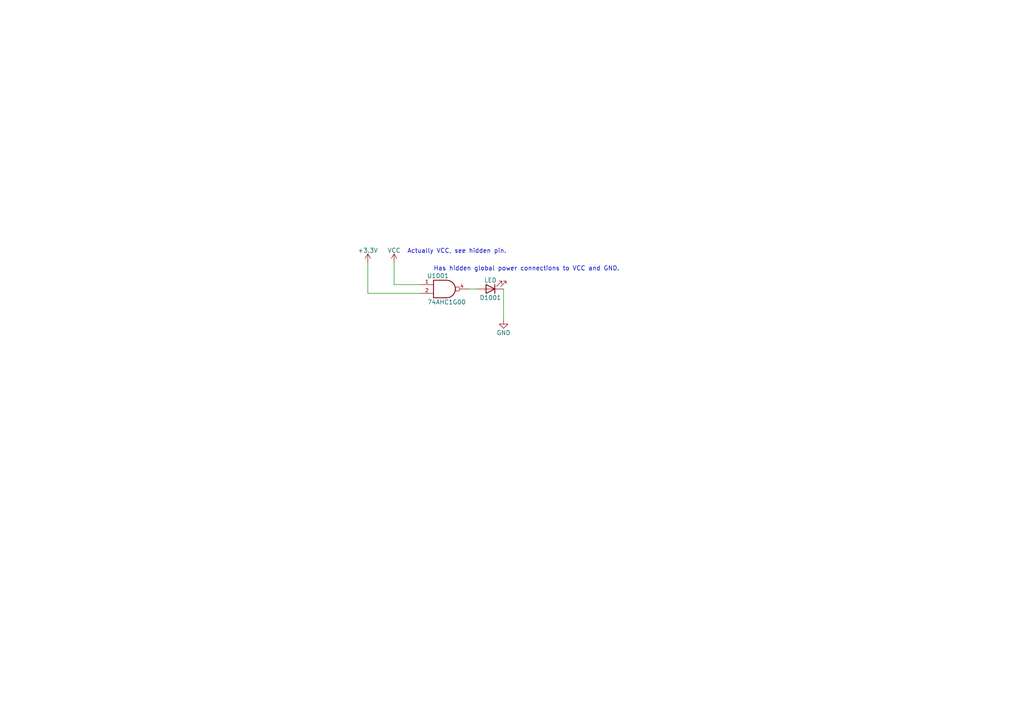
<source format=kicad_sch>
(kicad_sch (version 20211123) (generator eeschema)
  (paper "A4")
  (lib_symbols
    (symbol "+3.3V_1" (power) (pin_names (offset 0))
      (property "Value" "+3.3V_1" (at 0 3.556 0))
      (symbol "+3.3V_1_0_1"
        (polyline (pts (xy -0.762 1.27) (xy 0 2.54)))
        (polyline (pts (xy 0 0) (xy 0 2.54)))
        (polyline (pts (xy 0 2.54) (xy 0.762 1.27)))
      )
      (symbol "+3.3V_1_1_1"
        (pin power_in line (at 0 0 90) (length 0) hide (name "VCC") (number "1"))
      )
    )
    (symbol "74xGxx:74AHC1G00" (pin_names (offset 1.016))
      (property "Reference" "U" (at -2.54 3.81 0))
      (property "Value" "74AHC1G00" (at 0 -3.81 0))
      (symbol "74AHC1G00_0_1"
        (arc (start 0 -2.54) (mid 2.54 0) (end 0 2.54) (stroke (width 0.254)))
        (polyline (pts (xy 0 -2.54) (xy -3.81 -2.54) (xy -3.81 2.54) (xy 0 2.54)) (stroke (width 0.254)))
      )
      (symbol "74AHC1G00_1_1"
        (pin input line (at -7.62 1.27 0) (length 3.81) (name "~") (number "1"))
        (pin input line (at -7.62 -1.27 0) (length 3.81) (name "~") (number "2"))
        (pin power_in line (at 0 -2.54 270) (length 0) hide (name "GND") (number "3"))
        (pin output inverted (at 6.35 0 180) (length 3.81) (name "~") (number "4"))
        (pin power_in line (at 0 2.54 90) (length 0) hide (name "VCC") (number "5"))
      )
    )
    (symbol "Device:LED" (pin_numbers hide) (pin_names (offset 1.016) hide)
      (property "Reference" "D" (at 0 2.54 0))
      (property "Value" "LED" (at 0 -2.54 0))
      (symbol "LED_0_1"
        (polyline (pts (xy -1.27 -1.27) (xy -1.27 1.27)) (stroke (width 0.254)))
        (polyline (pts (xy -1.27 0) (xy 1.27 0)))
        (polyline (pts (xy 1.27 -1.27) (xy 1.27 1.27) (xy -1.27 0) (xy 1.27 -1.27)) (stroke (width 0.254)))
        (polyline (pts (xy -3.048 -0.762) (xy -4.572 -2.286) (xy -3.81 -2.286) (xy -4.572 -2.286) (xy -4.572 -1.524)))
        (polyline (pts (xy -1.778 -0.762) (xy -3.302 -2.286) (xy -2.54 -2.286) (xy -3.302 -2.286) (xy -3.302 -1.524)))
      )
      (symbol "LED_1_1"
        (pin passive line (at -3.81 0 0) (length 2.54) (name "K") (number "1"))
        (pin passive line (at 3.81 0 180) (length 2.54) (name "A") (number "2"))
      )
    )
    (symbol "power:+3.3V" (power) (pin_names (offset 0))
      (property "Value" "+3.3V" (at 0 3.556 0))
      (symbol "+3.3V_0_1"
        (polyline (pts (xy -0.762 1.27) (xy 0 2.54)))
        (polyline (pts (xy 0 0) (xy 0 2.54)))
        (polyline (pts (xy 0 2.54) (xy 0.762 1.27)))
      )
      (symbol "+3.3V_1_1"
        (pin power_in line (at 0 0 90) (length 0) hide (name "+3.3V") (number "1"))
      )
    )
    (symbol "power:GND" (power) (pin_names (offset 0))
      (property "Value" "GND" (at 0 -3.81 0))
      (symbol "GND_0_1"
        (polyline (pts (xy 0 0) (xy 0 -1.27) (xy 1.27 -1.27) (xy 0 -2.54) (xy -1.27 -1.27) (xy 0 -1.27)))
      )
      (symbol "GND_1_1"
        (pin power_in line (at 0 0 270) (length 0) hide (name "GND") (number "1"))
      )
    )
  )
  (wire (pts (xy 106.68 85.09) (xy 121.92 85.09)))
  (wire (pts (xy 114.3 76.2) (xy 114.3 82.55)))
  (wire (pts (xy 135.89 83.82) (xy 138.43 83.82)))
  (wire (pts (xy 114.3 82.55) (xy 121.92 82.55)))
  (wire (pts (xy 106.68 76.2) (xy 106.68 85.09)))
  (wire (pts (xy 146.05 83.82) (xy 146.05 92.71)))
  (text "Actually VCC, see hidden pin." (at 118.11 73.66 0) (effects (font (size 1.27 1.27)) (justify left bottom)))
  (text "Has hidden global power connections to VCC and GND." (at 125.73 78.74 0) (effects (font (size 1.27 1.27)) (justify left bottom)))
  (symbol (lib_name "+3.3V_1") (lib_id "power:+3.3V") (at 114.3 76.2 0) (unit 1)
    (property "Reference" "#PWR01002" (effects hide))
    (property "Value" "+3.3V" (at 114.3 72.644 0))
  )
  (symbol (lib_id "74xGxx:74AHC1G00") (at 129.54 83.82 0) (unit 1)
    (property "Reference" "U1001" (at 127 80.01 0))
    (property "Value" "74AHC1G00" (at 129.54 87.63 0))
    (property "Datasheet" "http://www.ti.com/lit/sg/scyt129e/scyt129e.pdf" (effects hide))
  )
  (symbol (lib_id "power:GND") (at 146.05 92.71 0) (unit 1)
    (property "Reference" "#PWR01003" (effects hide))
    (property "Value" "GND" (at 146.05 96.52 0))
  )
  (symbol (lib_id "Device:LED") (at 142.24 83.82 180) (unit 1)
    (property "Reference" "D1001" (at 142.24 86.36 0))
    (property "Value" "LED" (at 142.24 81.28 0))
  )
  (symbol (lib_id "power:+3.3V") (at 106.68 76.2 0) (unit 1)
    (property "Reference" "#PWR01001" (effects hide))
    (property "Value" "+3.3V" (at 106.68 72.644 0))
  )
)
</source>
